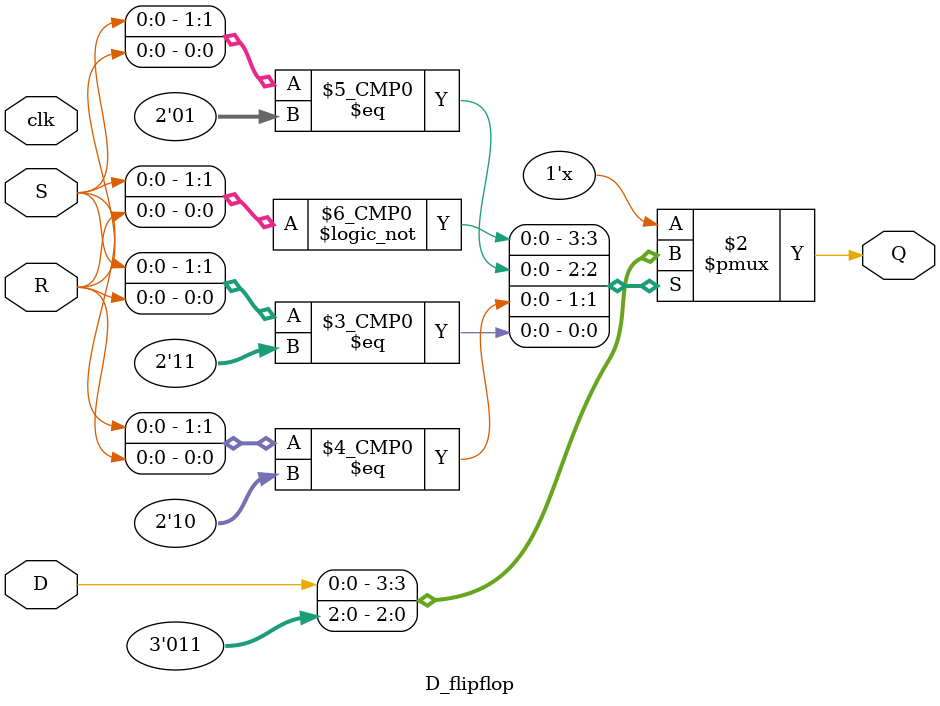
<source format=v>
`timescale 1ns / 1ps

module D_flipflop (
    input wire D,
    input wire S, R, clk,
    output reg Q
    );
    
    always@ (*) begin
        case ({S,R})
            2'b00: Q = D;
            2'b01: Q = 0;
            2'b10: Q = 1;
            2'b11: Q = 1;
        endcase
   end        
endmodule

</source>
